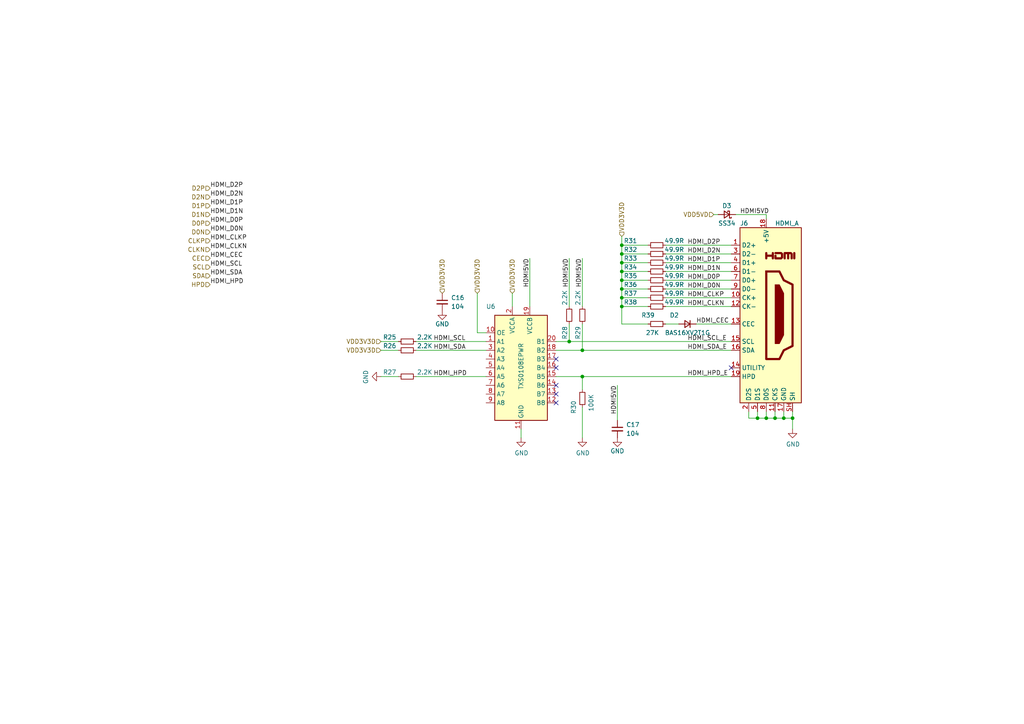
<source format=kicad_sch>
(kicad_sch (version 20211123) (generator eeschema)
  (paper "A4")
  (lib_symbols
    (symbol "Connector:HDMI_A"
      (property "Reference" "J" (at -6.35 26.67 0))
      (property "Value" "HDMI_A" (at 10.16 26.67 0))
      (symbol "HDMI_A_0_0"
        (polyline (pts (xy 8.128 16.51) (xy 8.128 18.034)) (stroke (width 0.635)))
        (polyline (pts (xy 0 16.51) (xy 0 18.034) (xy 0 17.272) (xy 1.905 17.272) (xy 1.905 18.034) (xy 1.905 16.51)) (stroke (width 0.635)))
        (polyline (pts (xy 2.667 18.034) (xy 4.318 18.034) (xy 4.572 17.78) (xy 4.572 16.764) (xy 4.318 16.51) (xy 2.667 16.51) (xy 2.667 17.272)) (stroke (width 0.635)))
      )
      (symbol "HDMI_A_0_1"
        (rectangle (start -7.62 25.4) (end 10.16 -25.4) (stroke (width 0.254)) (fill (type background)))
        (polyline (pts (xy 2.54 8.89) (xy 3.81 8.89) (xy 5.08 6.35) (xy 5.08 -5.715) (xy 3.81 -8.255) (xy 2.54 -8.255) (xy 2.54 8.89)) (fill (type outline)))
        (polyline (pts (xy 5.334 16.51) (xy 5.334 18.034) (xy 6.35 18.034) (xy 6.35 16.51) (xy 6.35 18.034) (xy 7.112 18.034) (xy 7.366 17.78) (xy 7.366 16.51)) (stroke (width 0.635)))
        (polyline (pts (xy 0 12.7) (xy 0 -12.7) (xy 3.81 -12.7) (xy 5.08 -10.16) (xy 7.62 -8.89) (xy 7.62 8.89) (xy 5.08 10.16) (xy 3.81 12.7) (xy 0 12.7)) (stroke (width 0.635)))
      )
      (symbol "HDMI_A_1_1"
        (pin passive line (at -10.16 20.32 0) (length 2.54) (name "D2+") (number "1"))
        (pin passive line (at -10.16 5.08 0) (length 2.54) (name "CK+") (number "10"))
        (pin power_in line (at 2.54 -27.94 90) (length 2.54) (name "CKS") (number "11"))
        (pin passive line (at -10.16 2.54 0) (length 2.54) (name "CK-") (number "12"))
        (pin bidirectional line (at -10.16 -2.54 0) (length 2.54) (name "CEC") (number "13"))
        (pin passive line (at -10.16 -15.24 0) (length 2.54) (name "UTILITY") (number "14"))
        (pin passive line (at -10.16 -7.62 0) (length 2.54) (name "SCL") (number "15"))
        (pin bidirectional line (at -10.16 -10.16 0) (length 2.54) (name "SDA") (number "16"))
        (pin power_in line (at 5.08 -27.94 90) (length 2.54) (name "GND") (number "17"))
        (pin power_in line (at 0 27.94 270) (length 2.54) (name "+5V") (number "18"))
        (pin passive line (at -10.16 -17.78 0) (length 2.54) (name "HPD") (number "19"))
        (pin power_in line (at -5.08 -27.94 90) (length 2.54) (name "D2S") (number "2"))
        (pin passive line (at -10.16 17.78 0) (length 2.54) (name "D2-") (number "3"))
        (pin passive line (at -10.16 15.24 0) (length 2.54) (name "D1+") (number "4"))
        (pin power_in line (at -2.54 -27.94 90) (length 2.54) (name "D1S") (number "5"))
        (pin passive line (at -10.16 12.7 0) (length 2.54) (name "D1-") (number "6"))
        (pin passive line (at -10.16 10.16 0) (length 2.54) (name "D0+") (number "7"))
        (pin power_in line (at 0 -27.94 90) (length 2.54) (name "D0S") (number "8"))
        (pin passive line (at -10.16 7.62 0) (length 2.54) (name "D0-") (number "9"))
        (pin passive line (at 7.62 -27.94 90) (length 2.54) (name "SH") (number "SH"))
      )
    )
    (symbol "Device:C_Small" (pin_numbers hide) (pin_names (offset 0.254) hide)
      (property "Reference" "C" (at 0.254 1.778 0))
      (property "Value" "C_Small" (at 0.254 -2.032 0))
      (symbol "C_Small_0_1"
        (polyline (pts (xy -1.524 -0.508) (xy 1.524 -0.508)) (stroke (width 0.3302)))
        (polyline (pts (xy -1.524 0.508) (xy 1.524 0.508)) (stroke (width 0.3048)))
      )
      (symbol "C_Small_1_1"
        (pin passive line (at 0 2.54 270) (length 2.032) (name "~") (number "1"))
        (pin passive line (at 0 -2.54 90) (length 2.032) (name "~") (number "2"))
      )
    )
    (symbol "Device:D_Schottky_Small" (pin_numbers hide) (pin_names (offset 0.254) hide)
      (property "Reference" "D" (at -1.27 2.032 0))
      (property "Value" "D_Schottky_Small" (at -7.112 -2.032 0))
      (symbol "D_Schottky_Small_0_1"
        (polyline (pts (xy -0.762 0) (xy 0.762 0)))
        (polyline (pts (xy 0.762 -1.016) (xy -0.762 0) (xy 0.762 1.016) (xy 0.762 -1.016)) (stroke (width 0.254)))
        (polyline (pts (xy -1.27 0.762) (xy -1.27 1.016) (xy -0.762 1.016) (xy -0.762 -1.016) (xy -0.254 -1.016) (xy -0.254 -0.762)) (stroke (width 0.254)))
      )
      (symbol "D_Schottky_Small_1_1"
        (pin passive line (at -2.54 0 0) (length 1.778) (name "K") (number "1"))
        (pin passive line (at 2.54 0 180) (length 1.778) (name "A") (number "2"))
      )
    )
    (symbol "Device:D_Small" (pin_numbers hide) (pin_names (offset 0.254) hide)
      (property "Reference" "D" (at -1.27 2.032 0))
      (property "Value" "D_Small" (at -3.81 -2.032 0))
      (symbol "D_Small_0_1"
        (polyline (pts (xy -0.762 -1.016) (xy -0.762 1.016)) (stroke (width 0.254)))
        (polyline (pts (xy -0.762 0) (xy 0.762 0)))
        (polyline (pts (xy 0.762 -1.016) (xy -0.762 0) (xy 0.762 1.016) (xy 0.762 -1.016)) (stroke (width 0.254)))
      )
      (symbol "D_Small_1_1"
        (pin passive line (at -2.54 0 0) (length 1.778) (name "K") (number "1"))
        (pin passive line (at 2.54 0 180) (length 1.778) (name "A") (number "2"))
      )
    )
    (symbol "Device:R_Small" (pin_numbers hide) (pin_names (offset 0.254) hide)
      (property "Reference" "R" (at 0.762 0.508 0))
      (property "Value" "R_Small" (at 0.762 -1.016 0))
      (symbol "R_Small_0_1"
        (rectangle (start -0.762 1.778) (end 0.762 -1.778) (stroke (width 0.2032)))
      )
      (symbol "R_Small_1_1"
        (pin passive line (at 0 2.54 270) (length 0.762) (name "~") (number "1"))
        (pin passive line (at 0 -2.54 90) (length 0.762) (name "~") (number "2"))
      )
    )
    (symbol "Logic_LevelTranslator:TXS0108EPW"
      (property "Reference" "U" (at -6.35 16.51 0))
      (property "Value" "TXS0108EPW" (at 3.81 16.51 0))
      (symbol "TXS0108EPW_0_1"
        (rectangle (start -7.62 15.24) (end 7.62 -15.24) (stroke (width 0.254)) (fill (type background)))
      )
      (symbol "TXS0108EPW_1_1"
        (pin bidirectional line (at -10.16 7.62 0) (length 2.54) (name "A1") (number "1"))
        (pin input line (at -10.16 10.16 0) (length 2.54) (name "OE") (number "10"))
        (pin power_in line (at 0 -17.78 90) (length 2.54) (name "GND") (number "11"))
        (pin bidirectional line (at 10.16 -10.16 180) (length 2.54) (name "B8") (number "12"))
        (pin bidirectional line (at 10.16 -7.62 180) (length 2.54) (name "B7") (number "13"))
        (pin bidirectional line (at 10.16 -5.08 180) (length 2.54) (name "B6") (number "14"))
        (pin bidirectional line (at 10.16 -2.54 180) (length 2.54) (name "B5") (number "15"))
        (pin bidirectional line (at 10.16 0 180) (length 2.54) (name "B4") (number "16"))
        (pin bidirectional line (at 10.16 2.54 180) (length 2.54) (name "B3") (number "17"))
        (pin bidirectional line (at 10.16 5.08 180) (length 2.54) (name "B2") (number "18"))
        (pin power_in line (at 2.54 17.78 270) (length 2.54) (name "VCCB") (number "19"))
        (pin power_in line (at -2.54 17.78 270) (length 2.54) (name "VCCA") (number "2"))
        (pin bidirectional line (at 10.16 7.62 180) (length 2.54) (name "B1") (number "20"))
        (pin bidirectional line (at -10.16 5.08 0) (length 2.54) (name "A2") (number "3"))
        (pin bidirectional line (at -10.16 2.54 0) (length 2.54) (name "A3") (number "4"))
        (pin bidirectional line (at -10.16 0 0) (length 2.54) (name "A4") (number "5"))
        (pin bidirectional line (at -10.16 -2.54 0) (length 2.54) (name "A5") (number "6"))
        (pin bidirectional line (at -10.16 -5.08 0) (length 2.54) (name "A6") (number "7"))
        (pin bidirectional line (at -10.16 -7.62 0) (length 2.54) (name "A7") (number "8"))
        (pin bidirectional line (at -10.16 -10.16 0) (length 2.54) (name "A8") (number "9"))
      )
    )
    (symbol "power:GND" (power) (pin_names (offset 0))
      (property "Value" "GND" (at 0 -3.81 0))
      (symbol "GND_0_1"
        (polyline (pts (xy 0 0) (xy 0 -1.27) (xy 1.27 -1.27) (xy 0 -2.54) (xy -1.27 -1.27) (xy 0 -1.27)))
      )
      (symbol "GND_1_1"
        (pin power_in line (at 0 0 270) (length 0) hide (name "GND") (number "1"))
      )
    )
  )
  (junction (at 180.34 76.2))
  (junction (at 180.34 86.36))
  (junction (at 180.34 71.12))
  (junction (at 180.34 83.82))
  (junction (at 229.87 121.285))
  (junction (at 227.33 121.285))
  (junction (at 165.1 99.06))
  (junction (at 180.34 78.74))
  (junction (at 168.91 101.6))
  (junction (at 168.91 109.22))
  (junction (at 222.25 121.285))
  (junction (at 180.34 88.9))
  (junction (at 224.79 121.285))
  (junction (at 219.71 121.285))
  (junction (at 180.34 81.28))
  (junction (at 180.34 73.66))
  (no_connect (at 212.09 106.68))
  (no_connect (at 161.29 106.68))
  (no_connect (at 161.29 104.14))
  (no_connect (at 161.29 111.76))
  (no_connect (at 161.29 114.3))
  (no_connect (at 161.29 116.84))
  (wire (pts (xy 161.29 99.06) (xy 165.1 99.06)))
  (wire (pts (xy 180.34 81.28) (xy 187.96 81.28)))
  (wire (pts (xy 193.04 93.98) (xy 196.85 93.98)))
  (wire (pts (xy 165.1 99.06) (xy 212.09 99.06)))
  (wire (pts (xy 224.79 121.285) (xy 227.33 121.285)))
  (wire (pts (xy 138.43 85.09) (xy 138.43 96.52)))
  (wire (pts (xy 193.04 88.9) (xy 212.09 88.9)))
  (wire (pts (xy 180.34 86.36) (xy 187.96 86.36)))
  (wire (pts (xy 207.01 62.23) (xy 208.28 62.23)))
  (wire (pts (xy 193.04 81.28) (xy 212.09 81.28)))
  (wire (pts (xy 217.17 119.38) (xy 217.17 121.285)))
  (wire (pts (xy 180.34 68.58) (xy 180.34 71.12)))
  (wire (pts (xy 168.91 101.6) (xy 212.09 101.6)))
  (wire (pts (xy 110.49 101.6) (xy 115.57 101.6)))
  (wire (pts (xy 201.93 93.98) (xy 212.09 93.98)))
  (wire (pts (xy 193.04 76.2) (xy 212.09 76.2)))
  (wire (pts (xy 180.34 83.82) (xy 187.96 83.82)))
  (wire (pts (xy 161.29 109.22) (xy 168.91 109.22)))
  (wire (pts (xy 193.04 83.82) (xy 212.09 83.82)))
  (wire (pts (xy 168.91 93.98) (xy 168.91 101.6)))
  (wire (pts (xy 168.91 109.22) (xy 168.91 113.03)))
  (wire (pts (xy 180.34 76.2) (xy 180.34 78.74)))
  (wire (pts (xy 110.49 99.06) (xy 115.57 99.06)))
  (wire (pts (xy 148.59 85.09) (xy 148.59 88.9)))
  (wire (pts (xy 193.04 86.36) (xy 212.09 86.36)))
  (wire (pts (xy 168.91 74.93) (xy 168.91 88.9)))
  (wire (pts (xy 229.87 121.285) (xy 229.87 124.46)))
  (wire (pts (xy 153.67 74.93) (xy 153.67 88.9)))
  (wire (pts (xy 120.65 109.22) (xy 140.97 109.22)))
  (wire (pts (xy 161.29 101.6) (xy 168.91 101.6)))
  (wire (pts (xy 138.43 96.52) (xy 140.97 96.52)))
  (wire (pts (xy 180.34 88.9) (xy 187.96 88.9)))
  (wire (pts (xy 180.34 78.74) (xy 187.96 78.74)))
  (wire (pts (xy 165.1 93.98) (xy 165.1 99.06)))
  (wire (pts (xy 180.34 76.2) (xy 187.96 76.2)))
  (wire (pts (xy 217.17 121.285) (xy 219.71 121.285)))
  (wire (pts (xy 193.04 73.66) (xy 212.09 73.66)))
  (wire (pts (xy 222.25 121.285) (xy 224.79 121.285)))
  (wire (pts (xy 180.34 78.74) (xy 180.34 81.28)))
  (wire (pts (xy 219.71 121.285) (xy 222.25 121.285)))
  (wire (pts (xy 180.34 73.66) (xy 180.34 76.2)))
  (wire (pts (xy 227.33 119.38) (xy 227.33 121.285)))
  (wire (pts (xy 120.65 101.6) (xy 140.97 101.6)))
  (wire (pts (xy 180.34 81.28) (xy 180.34 83.82)))
  (wire (pts (xy 224.79 119.38) (xy 224.79 121.285)))
  (wire (pts (xy 229.87 119.38) (xy 229.87 121.285)))
  (wire (pts (xy 168.91 109.22) (xy 212.09 109.22)))
  (wire (pts (xy 213.36 62.23) (xy 222.25 62.23)))
  (wire (pts (xy 227.33 121.285) (xy 229.87 121.285)))
  (wire (pts (xy 193.04 78.74) (xy 212.09 78.74)))
  (wire (pts (xy 110.49 109.22) (xy 115.57 109.22)))
  (wire (pts (xy 179.07 111.76) (xy 179.07 121.92)))
  (wire (pts (xy 187.96 93.98) (xy 180.34 93.98)))
  (wire (pts (xy 151.13 124.46) (xy 151.13 127)))
  (wire (pts (xy 180.34 73.66) (xy 187.96 73.66)))
  (wire (pts (xy 180.34 83.82) (xy 180.34 86.36)))
  (wire (pts (xy 180.34 71.12) (xy 180.34 73.66)))
  (wire (pts (xy 222.25 119.38) (xy 222.25 121.285)))
  (wire (pts (xy 180.34 93.98) (xy 180.34 88.9)))
  (wire (pts (xy 193.04 71.12) (xy 212.09 71.12)))
  (wire (pts (xy 219.71 119.38) (xy 219.71 121.285)))
  (wire (pts (xy 180.34 86.36) (xy 180.34 88.9)))
  (wire (pts (xy 165.1 74.93) (xy 165.1 88.9)))
  (wire (pts (xy 168.91 118.11) (xy 168.91 127)))
  (wire (pts (xy 222.25 62.23) (xy 222.25 63.5)))
  (wire (pts (xy 120.65 99.06) (xy 140.97 99.06)))
  (wire (pts (xy 187.96 71.12) (xy 180.34 71.12)))
  (label "HDMI_D0N" (at 60.96 67.31 0))
  (label "HDMI_CLKN" (at 60.96 72.39 0))
  (label "HDMI_D1P" (at 60.96 59.69 0))
  (label "HDMI_D0P" (at 199.39 81.28 0))
  (label "HDMI_D0P" (at 60.96 64.77 0))
  (label "HDMI_SDA_E" (at 199.39 101.6 0))
  (label "HDMI_D1P" (at 199.39 76.2 0))
  (label "HDMI_D2P" (at 199.39 71.12 0))
  (label "HDMI_D1N" (at 199.39 78.74 0))
  (label "HDMI_HPD" (at 125.73 109.22 0))
  (label "HDMI5VD" (at 214.63 62.23 0))
  (label "HDMI_CEC" (at 60.96 74.93 0))
  (label "HDMI_CEC" (at 201.93 93.98 0))
  (label "HDMI_D2N" (at 199.39 73.66 0))
  (label "HDMI5VD" (at 165.1 74.93 270))
  (label "HDMI_SCL_E" (at 199.39 99.06 0))
  (label "HDMI_SDA" (at 125.73 101.6 0))
  (label "HDMI_CLKP" (at 199.39 86.36 0))
  (label "HDMI_D2P" (at 60.96 54.61 0))
  (label "HDMI_SCL" (at 60.96 77.47 0))
  (label "HDMI_D1N" (at 60.96 62.23 0))
  (label "HDMI_CLKP" (at 60.96 69.85 0))
  (label "HDMI_D0N" (at 199.39 83.82 0))
  (label "HDMI5VD" (at 153.67 74.93 270))
  (label "HDMI_HPD_E" (at 199.39 109.22 0))
  (label "HDMI_SDA" (at 60.96 80.01 0))
  (label "HDMI_SCL" (at 125.73 99.06 0))
  (label "HDMI_CLKN" (at 199.39 88.9 0))
  (label "HDMI_HPD" (at 60.96 82.55 0))
  (label "HDMI5VD" (at 179.07 111.76 270))
  (label "HDMI_D2N" (at 60.96 57.15 0))
  (label "HDMI5VD" (at 168.91 74.93 270))
  (hierarchical_label "VDD3V3D" (shape input) (at 128.27 85.09 90))
  (hierarchical_label "D0N" (shape input) (at 60.96 67.31 180))
  (hierarchical_label "CLKP" (shape input) (at 60.96 69.85 180))
  (hierarchical_label "VDD3V3D" (shape input) (at 110.49 99.06 180))
  (hierarchical_label "D1N" (shape input) (at 60.96 62.23 180))
  (hierarchical_label "SCL" (shape input) (at 60.96 77.47 180))
  (hierarchical_label "VDD3V3D" (shape input) (at 110.49 101.6 180))
  (hierarchical_label "D0P" (shape input) (at 60.96 64.77 180))
  (hierarchical_label "CEC" (shape input) (at 60.96 74.93 180))
  (hierarchical_label "VDD3V3D" (shape input) (at 138.43 85.09 90))
  (hierarchical_label "VDD3V3D" (shape input) (at 148.59 85.09 90))
  (hierarchical_label "D2P" (shape input) (at 60.96 54.61 180))
  (hierarchical_label "D1P" (shape input) (at 60.96 59.69 180))
  (hierarchical_label "CLKN" (shape input) (at 60.96 72.39 180))
  (hierarchical_label "VDD3V3D" (shape input) (at 180.34 68.58 90))
  (hierarchical_label "HPD" (shape input) (at 60.96 82.55 180))
  (hierarchical_label "VDD5VD" (shape input) (at 207.01 62.23 180))
  (hierarchical_label "SDA" (shape input) (at 60.96 80.01 180))
  (hierarchical_label "D2N" (shape input) (at 60.96 57.15 180))
  (symbol (lib_id "power:GND") (at 168.91 127 0) (unit 1)
    (property "Reference" "#PWR064" (effects hide))
    (property "Value" "GND" (at 169.037 131.3942 0))
  )
  (symbol (lib_id "Device:C_Small") (at 179.07 124.46 0) (unit 1)
    (property "Reference" "C17" (at 181.61 123.1962 0) (effects (justify left)))
    (property "Value" "104" (at 181.61 125.7362 0) (effects (justify left)))
    (property "Footprint" "Capacitor_SMD:C_0402_1005Metric" (effects hide))
  )
  (symbol (lib_id "Device:R_Small") (at 190.5 76.2 90) (unit 1)
    (property "Reference" "R33" (at 182.88 74.93 90))
    (property "Value" "49.9R" (at 195.58 74.93 90))
    (property "Footprint" "Resistor_SMD:R_0402_1005Metric" (effects hide))
  )
  (symbol (lib_id "Device:C_Small") (at 128.27 87.63 0) (unit 1)
    (property "Reference" "C16" (at 130.81 86.3662 0) (effects (justify left)))
    (property "Value" "104" (at 130.81 88.9062 0) (effects (justify left)))
    (property "Footprint" "Capacitor_SMD:C_0402_1005Metric" (effects hide))
  )
  (symbol (lib_id "Device:R_Small") (at 168.91 115.57 180) (unit 1)
    (property "Reference" "R30" (at 166.37 118.11 90))
    (property "Value" "100K" (at 171.45 116.84 90))
    (property "Footprint" "Resistor_SMD:R_0402_1005Metric" (effects hide))
  )
  (symbol (lib_id "Device:R_Small") (at 190.5 83.82 90) (unit 1)
    (property "Reference" "R36" (at 182.88 82.55 90))
    (property "Value" "49.9R" (at 195.58 82.55 90))
    (property "Footprint" "Resistor_SMD:R_0402_1005Metric" (effects hide))
  )
  (symbol (lib_id "Device:R_Small") (at 190.5 81.28 90) (unit 1)
    (property "Reference" "R35" (at 182.88 80.01 90))
    (property "Value" "49.9R" (at 195.58 80.01 90))
    (property "Footprint" "Resistor_SMD:R_0402_1005Metric" (effects hide))
  )
  (symbol (lib_id "Device:R_Small") (at 118.11 109.22 270) (mirror x) (unit 1)
    (property "Reference" "R27" (at 113.03 107.95 90))
    (property "Value" "2.2K" (at 123.19 107.95 90))
    (property "Footprint" "Resistor_SMD:R_0402_1005Metric" (effects hide))
  )
  (symbol (lib_id "power:GND") (at 229.87 124.46 0) (unit 1)
    (property "Reference" "#PWR065" (effects hide))
    (property "Value" "GND" (at 229.997 128.8542 0))
  )
  (symbol (lib_id "power:GND") (at 151.13 127 0) (unit 1)
    (property "Reference" "#PWR063" (effects hide))
    (property "Value" "GND" (at 151.257 131.3942 0))
  )
  (symbol (lib_id "Logic_LevelTranslator:TXS0108EPW") (at 151.13 106.68 0) (unit 1)
    (property "Reference" "U6" (at 140.97 88.9 0) (effects (justify left)))
    (property "Value" "TXS0108EPWR" (at 151.13 113.03 90) (effects (justify left)))
    (property "Footprint" "Package_SO:TSSOP-20_4.4x6.5mm_P0.65mm" (effects hide))
    (property "Datasheet" "www.ti.com/lit/ds/symlink/txs0108e.pdf" (effects hide))
  )
  (symbol (lib_id "Device:R_Small") (at 190.5 78.74 90) (unit 1)
    (property "Reference" "R34" (at 182.88 77.47 90))
    (property "Value" "49.9R" (at 195.58 77.47 90))
    (property "Footprint" "Resistor_SMD:R_0402_1005Metric" (effects hide))
  )
  (symbol (lib_id "Device:R_Small") (at 118.11 101.6 270) (mirror x) (unit 1)
    (property "Reference" "R26" (at 113.03 100.33 90))
    (property "Value" "2.2K" (at 123.19 100.33 90))
    (property "Footprint" "Resistor_SMD:R_0402_1005Metric" (effects hide))
  )
  (symbol (lib_id "Device:D_Small") (at 199.39 93.98 0) (mirror y) (unit 1)
    (property "Reference" "D2" (at 195.58 91.44 0))
    (property "Value" "BAS16XV2T1G" (at 199.39 96.52 0))
    (property "Footprint" "Diode_SMD:D_SOD-523" (effects hide))
  )
  (symbol (lib_id "Device:R_Small") (at 190.5 71.12 90) (unit 1)
    (property "Reference" "R31" (at 182.88 69.85 90))
    (property "Value" "49.9R" (at 195.58 69.85 90))
    (property "Footprint" "Resistor_SMD:R_0402_1005Metric" (effects hide))
  )
  (symbol (lib_id "Connector:HDMI_A") (at 222.25 91.44 0) (unit 1)
    (property "Reference" "J6" (at 214.63 64.77 0) (effects (justify left)))
    (property "Value" "HDMI_A" (at 224.79 64.77 0) (effects (justify left)))
    (property "Footprint" "zynq7000_mb:HDMI-A_2086581001" (effects hide))
    (property "Datasheet" "https://en.wikipedia.org/wiki/HDMI" (effects hide))
  )
  (symbol (lib_id "Device:R_Small") (at 190.5 93.98 90) (unit 1)
    (property "Reference" "R39" (at 187.96 91.44 90))
    (property "Value" "27K" (at 189.23 96.52 90))
    (property "Footprint" "Resistor_SMD:R_0402_1005Metric" (effects hide))
  )
  (symbol (lib_id "Device:R_Small") (at 190.5 88.9 90) (unit 1)
    (property "Reference" "R38" (at 182.88 87.63 90))
    (property "Value" "49.9R" (at 195.58 87.63 90))
    (property "Footprint" "Resistor_SMD:R_0402_1005Metric" (effects hide))
  )
  (symbol (lib_id "Device:R_Small") (at 168.91 91.44 0) (mirror y) (unit 1)
    (property "Reference" "R29" (at 167.64 96.52 90))
    (property "Value" "2.2K" (at 167.64 86.36 90))
    (property "Footprint" "Resistor_SMD:R_0402_1005Metric" (effects hide))
  )
  (symbol (lib_id "power:GND") (at 110.49 109.22 270) (unit 1)
    (property "Reference" "#PWR062" (effects hide))
    (property "Value" "GND" (at 106.0958 109.347 0))
  )
  (symbol (lib_id "Device:D_Schottky_Small") (at 210.82 62.23 180) (unit 1)
    (property "Reference" "D3" (at 210.82 59.69 0))
    (property "Value" "SS34" (at 210.82 64.77 0))
    (property "Footprint" "Diode_SMD:D_SOD-123F" (effects hide))
  )
  (symbol (lib_id "power:GND") (at 128.27 90.17 0) (unit 1)
    (property "Reference" "#PWR066" (effects hide))
    (property "Value" "GND" (at 128.27 93.98 0))
  )
  (symbol (lib_id "power:GND") (at 179.07 127 0) (unit 1)
    (property "Reference" "#PWR067" (effects hide))
    (property "Value" "GND" (at 179.07 130.81 0))
  )
  (symbol (lib_id "Device:R_Small") (at 118.11 99.06 270) (mirror x) (unit 1)
    (property "Reference" "R25" (at 113.03 97.79 90))
    (property "Value" "2.2K" (at 123.19 97.79 90))
    (property "Footprint" "Resistor_SMD:R_0402_1005Metric" (effects hide))
  )
  (symbol (lib_id "Device:R_Small") (at 165.1 91.44 0) (mirror y) (unit 1)
    (property "Reference" "R28" (at 163.83 96.52 90))
    (property "Value" "2.2K" (at 163.83 86.36 90))
    (property "Footprint" "Resistor_SMD:R_0402_1005Metric" (effects hide))
  )
  (symbol (lib_id "Device:R_Small") (at 190.5 86.36 90) (unit 1)
    (property "Reference" "R37" (at 182.88 85.09 90))
    (property "Value" "49.9R" (at 195.58 85.09 90))
    (property "Footprint" "Resistor_SMD:R_0402_1005Metric" (effects hide))
  )
  (symbol (lib_id "Device:R_Small") (at 190.5 73.66 90) (unit 1)
    (property "Reference" "R32" (at 182.88 72.39 90))
    (property "Value" "49.9R" (at 195.58 72.39 90))
    (property "Footprint" "Resistor_SMD:R_0402_1005Metric" (effects hide))
  )
)
</source>
